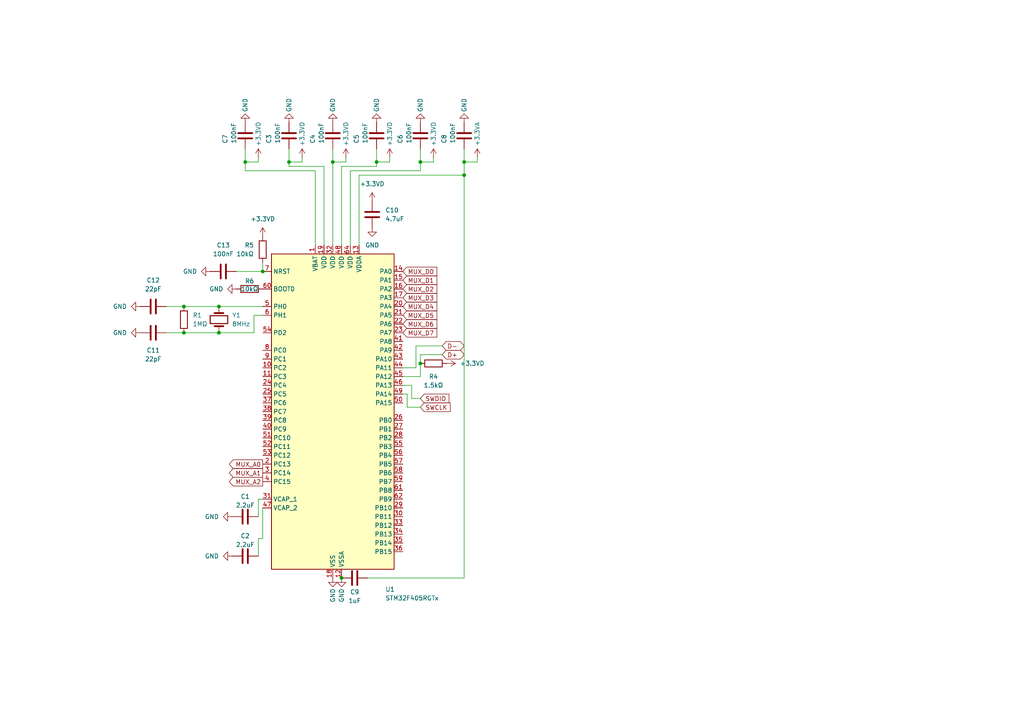
<source format=kicad_sch>
(kicad_sch (version 20250114) (generator "eeschema") (generator_version "9.0")
  (paper "A4")
  (lib_symbols
    (symbol "Device:C" (pin_numbers (hide yes)) (pin_names (offset 0.254))
      (property "Reference" "C" (at 0.635 2.54 0))
      (property "Value" "C" (at 0.635 -2.54 0))
      (symbol "C_0_1"
        (polyline (pts (xy -2.032 0.762) (xy 2.032 0.762)) (stroke (width 0.508)))
        (polyline (pts (xy -2.032 -0.762) (xy 2.032 -0.762)) (stroke (width 0.508)))
      )
      (symbol "C_1_1"
        (pin passive line (at 0 3.81 270) (length 2.794) (name "~") (number "1"))
        (pin passive line (at 0 -3.81 90) (length 2.794) (name "~") (number "2"))
      )
    )
    (symbol "Device:Crystal" (pin_numbers (hide yes)) (pin_names (offset 1.016) (hide yes))
      (property "Reference" "Y" (at 0 3.81 0))
      (property "Value" "Crystal" (at 0 -3.81 0))
      (symbol "Crystal_0_1"
        (polyline (pts (xy -2.54 0) (xy -1.905 0)))
        (polyline (pts (xy -1.905 -1.27) (xy -1.905 1.27)) (stroke (width 0.508)))
        (rectangle (start -1.143 2.54) (end 1.143 -2.54) (stroke (width 0.3048)))
        (polyline (pts (xy 1.905 -1.27) (xy 1.905 1.27)) (stroke (width 0.508)))
        (polyline (pts (xy 2.54 0) (xy 1.905 0)))
      )
      (symbol "Crystal_1_1"
        (pin passive line (at -3.81 0 0) (length 1.27) (name "1") (number "1"))
        (pin passive line (at 3.81 0 180) (length 1.27) (name "2") (number "2"))
      )
    )
    (symbol "Device:R" (pin_numbers (hide yes)) (pin_names (offset 0))
      (property "Reference" "R" (at 2.032 0 90))
      (property "Value" "R" (at 0 0 90))
      (symbol "R_0_1"
        (rectangle (start -1.016 -2.54) (end 1.016 2.54) (stroke (width 0.254)))
      )
      (symbol "R_1_1"
        (pin passive line (at 0 3.81 270) (length 1.27) (name "~") (number "1"))
        (pin passive line (at 0 -3.81 90) (length 1.27) (name "~") (number "2"))
      )
    )
    (symbol "MCU_ST_STM32F4:STM32F405RGTx"
      (property "Reference" "U" (at -17.78 46.99 0))
      (property "Value" "STM32F405RGTx" (at 10.16 46.99 0))
      (symbol "STM32F405RGTx_0_1"
        (rectangle (start -17.78 -45.72) (end 17.78 45.72) (stroke (width 0.254)) (fill (type background)))
      )
      (symbol "STM32F405RGTx_1_1"
        (pin input line (at -20.32 40.64 0) (length 2.54) (name "NRST") (number "7"))
        (pin input line (at -20.32 35.56 0) (length 2.54) (name "BOOT0") (number "60"))
        (pin bidirectional line (at -20.32 30.48 0) (length 2.54) (name "PH0") (number "5"))
        (pin bidirectional line (at -20.32 27.94 0) (length 2.54) (name "PH1") (number "6"))
        (pin bidirectional line (at -20.32 22.86 0) (length 2.54) (name "PD2") (number "54"))
        (pin bidirectional line (at -20.32 17.78 0) (length 2.54) (name "PC0") (number "8"))
        (pin bidirectional line (at -20.32 15.24 0) (length 2.54) (name "PC1") (number "9"))
        (pin bidirectional line (at -20.32 12.7 0) (length 2.54) (name "PC2") (number "10"))
        (pin bidirectional line (at -20.32 10.16 0) (length 2.54) (name "PC3") (number "11"))
        (pin bidirectional line (at -20.32 7.62 0) (length 2.54) (name "PC4") (number "24"))
        (pin bidirectional line (at -20.32 5.08 0) (length 2.54) (name "PC5") (number "25"))
        (pin bidirectional line (at -20.32 2.54 0) (length 2.54) (name "PC6") (number "37"))
        (pin bidirectional line (at -20.32 0 0) (length 2.54) (name "PC7") (number "38"))
        (pin bidirectional line (at -20.32 -2.54 0) (length 2.54) (name "PC8") (number "39"))
        (pin bidirectional line (at -20.32 -5.08 0) (length 2.54) (name "PC9") (number "40"))
        (pin bidirectional line (at -20.32 -7.62 0) (length 2.54) (name "PC10") (number "51"))
        (pin bidirectional line (at -20.32 -10.16 0) (length 2.54) (name "PC11") (number "52"))
        (pin bidirectional line (at -20.32 -12.7 0) (length 2.54) (name "PC12") (number "53"))
        (pin bidirectional line (at -20.32 -15.24 0) (length 2.54) (name "PC13") (number "2"))
        (pin bidirectional line (at -20.32 -17.78 0) (length 2.54) (name "PC14") (number "3"))
        (pin bidirectional line (at -20.32 -20.32 0) (length 2.54) (name "PC15") (number "4"))
        (pin power_out line (at -20.32 -25.4 0) (length 2.54) (name "VCAP_1") (number "31"))
        (pin power_out line (at -20.32 -27.94 0) (length 2.54) (name "VCAP_2") (number "47"))
        (pin power_in line (at -5.08 48.26 270) (length 2.54) (name "VBAT") (number "1"))
        (pin power_in line (at -2.54 48.26 270) (length 2.54) (name "VDD") (number "19"))
        (pin power_in line (at 0 48.26 270) (length 2.54) (name "VDD") (number "32"))
        (pin power_in line (at 0 -48.26 90) (length 2.54) (name "VSS") (number "18"))
        (pin passive line (at 0 -48.26 90) (length 2.54) (hide yes) (name "VSS") (number "63"))
        (pin power_in line (at 2.54 48.26 270) (length 2.54) (name "VDD") (number "48"))
        (pin power_in line (at 2.54 -48.26 90) (length 2.54) (name "VSSA") (number "12"))
        (pin power_in line (at 5.08 48.26 270) (length 2.54) (name "VDD") (number "64"))
        (pin power_in line (at 7.62 48.26 270) (length 2.54) (name "VDDA") (number "13"))
        (pin bidirectional line (at 20.32 40.64 180) (length 2.54) (name "PA0") (number "14"))
        (pin bidirectional line (at 20.32 38.1 180) (length 2.54) (name "PA1") (number "15"))
        (pin bidirectional line (at 20.32 35.56 180) (length 2.54) (name "PA2") (number "16"))
        (pin bidirectional line (at 20.32 33.02 180) (length 2.54) (name "PA3") (number "17"))
        (pin bidirectional line (at 20.32 30.48 180) (length 2.54) (name "PA4") (number "20"))
        (pin bidirectional line (at 20.32 27.94 180) (length 2.54) (name "PA5") (number "21"))
        (pin bidirectional line (at 20.32 25.4 180) (length 2.54) (name "PA6") (number "22"))
        (pin bidirectional line (at 20.32 22.86 180) (length 2.54) (name "PA7") (number "23"))
        (pin bidirectional line (at 20.32 20.32 180) (length 2.54) (name "PA8") (number "41"))
        (pin bidirectional line (at 20.32 17.78 180) (length 2.54) (name "PA9") (number "42"))
        (pin bidirectional line (at 20.32 15.24 180) (length 2.54) (name "PA10") (number "43"))
        (pin bidirectional line (at 20.32 12.7 180) (length 2.54) (name "PA11") (number "44"))
        (pin bidirectional line (at 20.32 10.16 180) (length 2.54) (name "PA12") (number "45"))
        (pin bidirectional line (at 20.32 7.62 180) (length 2.54) (name "PA13") (number "46"))
        (pin bidirectional line (at 20.32 5.08 180) (length 2.54) (name "PA14") (number "49"))
        (pin bidirectional line (at 20.32 2.54 180) (length 2.54) (name "PA15") (number "50"))
        (pin bidirectional line (at 20.32 -2.54 180) (length 2.54) (name "PB0") (number "26"))
        (pin bidirectional line (at 20.32 -5.08 180) (length 2.54) (name "PB1") (number "27"))
        (pin bidirectional line (at 20.32 -7.62 180) (length 2.54) (name "PB2") (number "28"))
        (pin bidirectional line (at 20.32 -10.16 180) (length 2.54) (name "PB3") (number "55"))
        (pin bidirectional line (at 20.32 -12.7 180) (length 2.54) (name "PB4") (number "56"))
        (pin bidirectional line (at 20.32 -15.24 180) (length 2.54) (name "PB5") (number "57"))
        (pin bidirectional line (at 20.32 -17.78 180) (length 2.54) (name "PB6") (number "58"))
        (pin bidirectional line (at 20.32 -20.32 180) (length 2.54) (name "PB7") (number "59"))
        (pin bidirectional line (at 20.32 -22.86 180) (length 2.54) (name "PB8") (number "61"))
        (pin bidirectional line (at 20.32 -25.4 180) (length 2.54) (name "PB9") (number "62"))
        (pin bidirectional line (at 20.32 -27.94 180) (length 2.54) (name "PB10") (number "29"))
        (pin bidirectional line (at 20.32 -30.48 180) (length 2.54) (name "PB11") (number "30"))
        (pin bidirectional line (at 20.32 -33.02 180) (length 2.54) (name "PB12") (number "33"))
        (pin bidirectional line (at 20.32 -35.56 180) (length 2.54) (name "PB13") (number "34"))
        (pin bidirectional line (at 20.32 -38.1 180) (length 2.54) (name "PB14") (number "35"))
        (pin bidirectional line (at 20.32 -40.64 180) (length 2.54) (name "PB15") (number "36"))
      )
    )
    (symbol "power:+3.3V" (power) (pin_numbers (hide yes)) (pin_names (offset 0) (hide yes))
      (property "Value" "+3.3V" (at 0 3.556 0))
      (symbol "+3.3V_0_1"
        (polyline (pts (xy -0.762 1.27) (xy 0 2.54)))
        (polyline (pts (xy 0 2.54) (xy 0.762 1.27)))
        (polyline (pts (xy 0 0) (xy 0 2.54)))
      )
      (symbol "+3.3V_1_1"
        (pin power_in line (at 0 0 90) (length 0) (name "~") (number "1"))
      )
    )
    (symbol "power:GND" (power) (pin_numbers (hide yes)) (pin_names (offset 0) (hide yes))
      (property "Value" "GND" (at 0 -3.81 0))
      (symbol "GND_0_1"
        (polyline (pts (xy 0 0) (xy 0 -1.27) (xy 1.27 -1.27) (xy 0 -2.54) (xy -1.27 -1.27) (xy 0 -1.27)))
      )
      (symbol "GND_1_1"
        (pin power_in line (at 0 0 270) (length 0) (name "~") (number "1"))
      )
    )
  )
  (junction (at 76.2 78.74))
  (junction (at 71.12 46.99))
  (junction (at 99.06 167.64))
  (junction (at 134.62 46.99))
  (junction (at 53.34 96.52))
  (junction (at 96.52 46.99))
  (junction (at 134.62 50.8))
  (junction (at 63.5 88.9))
  (junction (at 83.82 46.99))
  (junction (at 121.92 46.99))
  (junction (at 121.92 105.41))
  (junction (at 53.34 88.9))
  (junction (at 63.5 96.52))
  (junction (at 109.22 46.99))
  (wire (pts (xy 121.92 102.87) (xy 128.27 102.87)))
  (wire (pts (xy 104.14 71.12) (xy 104.14 50.8)))
  (wire (pts (xy 48.26 88.9) (xy 53.34 88.9)))
  (wire (pts (xy 83.82 48.26) (xy 83.82 46.99)))
  (wire (pts (xy 68.58 78.74) (xy 76.2 78.74)))
  (wire (pts (xy 53.34 96.52) (xy 63.5 96.52)))
  (wire (pts (xy 91.44 71.12) (xy 91.44 49.53)))
  (wire (pts (xy 134.62 43.18) (xy 134.62 46.99)))
  (wire (pts (xy 134.62 46.99) (xy 138.43 46.99)))
  (wire (pts (xy 109.22 43.18) (xy 109.22 46.99)))
  (wire (pts (xy 96.52 46.99) (xy 96.52 71.12)))
  (wire (pts (xy 76.2 156.21) (xy 76.2 147.32)))
  (wire (pts (xy 121.92 46.99) (xy 125.73 46.99)))
  (wire (pts (xy 73.66 91.44) (xy 73.66 96.52)))
  (wire (pts (xy 104.14 50.8) (xy 134.62 50.8)))
  (wire (pts (xy 120.65 106.68) (xy 116.84 106.68)))
  (wire (pts (xy 71.12 46.99) (xy 74.93 46.99)))
  (wire (pts (xy 87.63 45.72) (xy 87.63 46.99)))
  (wire (pts (xy 93.98 71.12) (xy 93.98 48.26)))
  (wire (pts (xy 83.82 43.18) (xy 83.82 46.99)))
  (wire (pts (xy 74.93 144.78) (xy 76.2 144.78)))
  (wire (pts (xy 120.65 100.33) (xy 128.27 100.33)))
  (wire (pts (xy 134.62 50.8) (xy 134.62 167.64)))
  (wire (pts (xy 101.6 49.53) (xy 121.92 49.53)))
  (wire (pts (xy 74.93 149.86) (xy 74.93 144.78)))
  (wire (pts (xy 63.5 96.52) (xy 73.66 96.52)))
  (wire (pts (xy 100.33 45.72) (xy 100.33 46.99)))
  (wire (pts (xy 118.11 114.3) (xy 116.84 114.3)))
  (wire (pts (xy 71.12 43.18) (xy 71.12 46.99)))
  (wire (pts (xy 74.93 45.72) (xy 74.93 46.99)))
  (wire (pts (xy 121.92 102.87) (xy 121.92 105.41)))
  (wire (pts (xy 119.38 115.57) (xy 119.38 111.76)))
  (wire (pts (xy 48.26 96.52) (xy 53.34 96.52)))
  (wire (pts (xy 96.52 43.18) (xy 96.52 46.99)))
  (wire (pts (xy 120.65 100.33) (xy 120.65 106.68)))
  (wire (pts (xy 76.2 91.44) (xy 73.66 91.44)))
  (wire (pts (xy 83.82 46.99) (xy 87.63 46.99)))
  (wire (pts (xy 93.98 48.26) (xy 83.82 48.26)))
  (wire (pts (xy 71.12 49.53) (xy 71.12 46.99)))
  (wire (pts (xy 121.92 105.41) (xy 121.92 109.22)))
  (wire (pts (xy 125.73 45.72) (xy 125.73 46.99)))
  (wire (pts (xy 121.92 109.22) (xy 116.84 109.22)))
  (wire (pts (xy 53.34 88.9) (xy 63.5 88.9)))
  (wire (pts (xy 119.38 111.76) (xy 116.84 111.76)))
  (wire (pts (xy 74.93 156.21) (xy 76.2 156.21)))
  (wire (pts (xy 63.5 88.9) (xy 76.2 88.9)))
  (wire (pts (xy 121.92 118.11) (xy 118.11 118.11)))
  (wire (pts (xy 99.06 71.12) (xy 99.06 48.26)))
  (wire (pts (xy 109.22 46.99) (xy 113.03 46.99)))
  (wire (pts (xy 118.11 118.11) (xy 118.11 114.3)))
  (wire (pts (xy 101.6 49.53) (xy 101.6 71.12)))
  (wire (pts (xy 106.68 167.64) (xy 134.62 167.64)))
  (wire (pts (xy 76.2 76.2) (xy 76.2 78.74)))
  (wire (pts (xy 113.03 45.72) (xy 113.03 46.99)))
  (wire (pts (xy 121.92 43.18) (xy 121.92 46.99)))
  (wire (pts (xy 99.06 48.26) (xy 109.22 48.26)))
  (wire (pts (xy 74.93 161.29) (xy 74.93 156.21)))
  (wire (pts (xy 121.92 115.57) (xy 119.38 115.57)))
  (wire (pts (xy 91.44 49.53) (xy 71.12 49.53)))
  (wire (pts (xy 96.52 46.99) (xy 100.33 46.99)))
  (wire (pts (xy 134.62 46.99) (xy 134.62 50.8)))
  (wire (pts (xy 121.92 49.53) (xy 121.92 46.99)))
  (wire (pts (xy 109.22 48.26) (xy 109.22 46.99)))
  (wire (pts (xy 138.43 45.72) (xy 138.43 46.99)))
  (global_label "MUX_D5" (shape input) (at 116.84 91.44 0) (property "Intersheetrefs" "${INTERSHEET_REFS}" (effects (hide yes))))
  (global_label "MUX_D2" (shape input) (at 116.84 83.82 0) (property "Intersheetrefs" "${INTERSHEET_REFS}" (effects (hide yes))))
  (global_label "D+" (shape bidirectional) (at 128.27 102.87 0) (property "Intersheetrefs" "${INTERSHEET_REFS}" (effects (hide yes))))
  (global_label "MUX_D6" (shape input) (at 116.84 93.98 0) (property "Intersheetrefs" "${INTERSHEET_REFS}" (effects (hide yes))))
  (global_label "MUX_A2" (shape output) (at 76.2 139.7 180) (property "Intersheetrefs" "${INTERSHEET_REFS}" (effects (hide yes))))
  (global_label "D-" (shape bidirectional) (at 128.27 100.33 0) (property "Intersheetrefs" "${INTERSHEET_REFS}" (effects (hide yes))))
  (global_label "MUX_D0" (shape input) (at 116.84 78.74 0) (property "Intersheetrefs" "${INTERSHEET_REFS}" (effects (hide yes))))
  (global_label "SWCLK" (shape input) (at 121.92 118.11 0) (property "Intersheetrefs" "${INTERSHEET_REFS}" (effects (hide yes))))
  (global_label "MUX_D1" (shape input) (at 116.84 81.28 0) (property "Intersheetrefs" "${INTERSHEET_REFS}" (effects (hide yes))))
  (global_label "MUX_D7" (shape input) (at 116.84 96.52 0) (property "Intersheetrefs" "${INTERSHEET_REFS}" (effects (hide yes))))
  (global_label "MUX_D3" (shape input) (at 116.84 86.36 0) (property "Intersheetrefs" "${INTERSHEET_REFS}" (effects (hide yes))))
  (global_label "SWDIO" (shape input) (at 121.92 115.57 0) (property "Intersheetrefs" "${INTERSHEET_REFS}" (effects (hide yes))))
  (global_label "MUX_A0" (shape output) (at 76.2 134.62 180) (property "Intersheetrefs" "${INTERSHEET_REFS}" (effects (hide yes))))
  (global_label "MUX_A1" (shape output) (at 76.2 137.16 180) (property "Intersheetrefs" "${INTERSHEET_REFS}" (effects (hide yes))))
  (global_label "MUX_D4" (shape input) (at 116.84 88.9 0) (property "Intersheetrefs" "${INTERSHEET_REFS}" (effects (hide yes))))
  (symbol (lib_id "power:+3.3V") (at 138.43 45.72 0) (unit 1)
    (property "Reference" "#PWR020" (effects (hide yes)))
    (property "Value" "+3.3VA" (at 138.43 38.862 90))
    (property "Description" "Power symbol creates a global label with name \"+3.3V\"" (effects (hide yes)))
  )
  (symbol (lib_id "Device:C") (at 121.92 39.37 0) (unit 1)
    (property "Reference" "C6" (at 116.078 41.656 90) (effects (justify left)))
    (property "Value" "100nF" (at 118.618 41.656 90) (effects (justify left)))
    (property "Description" "Unpolarized capacitor" (effects (hide yes)))
  )
  (symbol (lib_id "power:GND") (at 107.95 66.04 0) (unit 1)
    (property "Reference" "#PWR023" (effects (hide yes)))
    (property "Value" "GND" (at 107.95 71.12 0))
    (property "Description" "Power symbol creates a global label with name \"GND\" , ground" (effects (hide yes)))
  )
  (symbol (lib_id "Device:C") (at 109.22 39.37 0) (unit 1)
    (property "Reference" "C5" (at 103.378 41.656 90) (effects (justify left)))
    (property "Value" "100nF" (at 105.918 41.656 90) (effects (justify left)))
    (property "Description" "Unpolarized capacitor" (effects (hide yes)))
  )
  (symbol (lib_id "power:+3.3V") (at 100.33 45.72 0) (unit 1)
    (property "Reference" "#PWR011" (effects (hide yes)))
    (property "Value" "+3.3VD" (at 100.33 38.862 90))
    (property "Description" "Power symbol creates a global label with name \"+3.3V\"" (effects (hide yes)))
  )
  (symbol (lib_id "power:GND") (at 71.12 35.56 180) (unit 1)
    (property "Reference" "#PWR017" (effects (hide yes)))
    (property "Value" "GND" (at 71.12 30.48 90))
    (property "Description" "Power symbol creates a global label with name \"GND\" , ground" (effects (hide yes)))
  )
  (symbol (lib_id "Device:C") (at 96.52 39.37 0) (unit 1)
    (property "Reference" "C4" (at 90.678 41.656 90) (effects (justify left)))
    (property "Value" "100nF" (at 93.218 41.656 90) (effects (justify left)))
    (property "Description" "Unpolarized capacitor" (effects (hide yes)))
  )
  (symbol (lib_id "MCU_ST_STM32F4:STM32F405RGTx") (at 96.52 119.38 0) (unit 1)
    (property "Reference" "U1" (at 111.76 170.942 0) (effects (justify left)))
    (property "Value" "STM32F405RGTx" (at 111.76 173.482 0) (effects (justify left)))
    (property "Footprint" "Package_QFP:LQFP-64_10x10mm_P0.5mm" (effects (hide yes)))
    (property "Datasheet" "https://www.st.com/resource/en/datasheet/stm32f405rg.pdf" (effects (hide yes)))
    (property "Description" "STMicroelectronics Arm Cortex-M4 MCU, 1024KB flash, 192KB RAM, 168 MHz, 1.8-3.6V, 51 GPIO, LQFP64" (effects (hide yes)))
  )
  (symbol (lib_id "power:GND") (at 60.96 78.74 270) (unit 1)
    (property "Reference" "#PWR029" (effects (hide yes)))
    (property "Value" "GND" (at 57.15 78.7399 90) (effects (justify right)))
    (property "Description" "Power symbol creates a global label with name \"GND\" , ground" (effects (hide yes)))
  )
  (symbol (lib_id "Device:C") (at 71.12 161.29 90) (unit 1)
    (property "Reference" "C2" (at 71.12 155.448 90))
    (property "Value" "2.2uF" (at 71.12 157.988 90))
    (property "Description" "Unpolarized capacitor" (effects (hide yes)))
  )
  (symbol (lib_id "power:GND") (at 134.62 35.56 180) (unit 1)
    (property "Reference" "#PWR019" (effects (hide yes)))
    (property "Value" "GND" (at 134.62 30.48 90))
    (property "Description" "Power symbol creates a global label with name \"GND\" , ground" (effects (hide yes)))
  )
  (symbol (lib_id "Device:C") (at 102.87 167.64 90) (unit 1)
    (property "Reference" "C9" (at 102.87 171.704 90))
    (property "Value" "1uF" (at 102.87 174.244 90))
    (property "Description" "Unpolarized capacitor" (effects (hide yes)))
  )
  (symbol (lib_id "Device:C") (at 44.45 96.52 90) (unit 1)
    (property "Reference" "C11" (at 44.45 101.6 90))
    (property "Value" "22pF" (at 44.45 104.14 90))
    (property "Description" "Unpolarized capacitor" (effects (hide yes)))
  )
  (symbol (lib_id "power:+3.3V") (at 76.2 68.58 0) (unit 1)
    (property "Reference" "#PWR028" (effects (hide yes)))
    (property "Value" "+3.3VD" (at 76.2 63.5 0))
    (property "Description" "Power symbol creates a global label with name \"+3.3V\"" (effects (hide yes)))
  )
  (symbol (lib_id "Device:C") (at 71.12 149.86 90) (unit 1)
    (property "Reference" "C1" (at 71.12 144.018 90))
    (property "Value" "2.2uF" (at 71.12 146.558 90))
    (property "Description" "Unpolarized capacitor" (effects (hide yes)))
  )
  (symbol (lib_id "Device:C") (at 107.95 62.23 0) (unit 1)
    (property "Reference" "C10" (at 111.76 60.9599 0) (effects (justify left)))
    (property "Value" "4.7uF" (at 111.76 63.4999 0) (effects (justify left)))
    (property "Description" "Unpolarized capacitor" (effects (hide yes)))
  )
  (symbol (lib_id "Device:C") (at 64.77 78.74 90) (unit 1)
    (property "Reference" "C13" (at 64.77 71.12 90))
    (property "Value" "100nF" (at 64.77 73.66 90))
    (property "Description" "Unpolarized capacitor" (effects (hide yes)))
  )
  (symbol (lib_id "power:GND") (at 99.06 167.64 0) (unit 1)
    (property "Reference" "#PWR021" (effects (hide yes)))
    (property "Value" "GND" (at 99.06 172.72 90))
    (property "Description" "Power symbol creates a global label with name \"GND\" , ground" (effects (hide yes)))
  )
  (symbol (lib_id "Device:R") (at 125.73 105.41 90) (unit 1)
    (property "Reference" "R4" (at 125.73 109.22 90))
    (property "Value" "1.5kΩ" (at 125.73 111.76 90))
    (property "Description" "Resistor" (effects (hide yes)))
  )
  (symbol (lib_id "power:+3.3V") (at 129.54 105.41 270) (unit 1)
    (property "Reference" "#PWR027" (effects (hide yes)))
    (property "Value" "+3.3VD" (at 133.35 105.4099 90) (effects (justify left)))
    (property "Description" "Power symbol creates a global label with name \"+3.3V\"" (effects (hide yes)))
  )
  (symbol (lib_id "Device:R") (at 76.2 72.39 180) (unit 1)
    (property "Reference" "R5" (at 73.66 71.1199 0) (effects (justify left)))
    (property "Value" "10kΩ" (at 73.66 73.6599 0) (effects (justify left)))
    (property "Description" "Resistor" (effects (hide yes)))
  )
  (symbol (lib_id "power:GND") (at 67.31 149.86 270) (unit 1)
    (property "Reference" "#PWR08" (effects (hide yes)))
    (property "Value" "GND" (at 63.5 149.8599 90) (effects (justify right)))
    (property "Description" "Power symbol creates a global label with name \"GND\" , ground" (effects (hide yes)))
  )
  (symbol (lib_id "power:GND") (at 96.52 167.64 0) (unit 1)
    (property "Reference" "#PWR022" (effects (hide yes)))
    (property "Value" "GND" (at 96.52 172.72 90))
    (property "Description" "Power symbol creates a global label with name \"GND\" , ground" (effects (hide yes)))
  )
  (symbol (lib_id "Device:R") (at 72.39 83.82 90) (unit 1)
    (property "Reference" "R6" (at 72.39 81.534 90))
    (property "Value" "10kΩ" (at 72.39 83.82 90))
    (property "Description" "Resistor" (effects (hide yes)))
  )
  (symbol (lib_id "power:GND") (at 121.92 35.56 180) (unit 1)
    (property "Reference" "#PWR015" (effects (hide yes)))
    (property "Value" "GND" (at 121.92 30.48 90))
    (property "Description" "Power symbol creates a global label with name \"GND\" , ground" (effects (hide yes)))
  )
  (symbol (lib_id "power:GND") (at 40.64 88.9 270) (unit 1)
    (property "Reference" "#PWR025" (effects (hide yes)))
    (property "Value" "GND" (at 36.83 88.8999 90) (effects (justify right)))
    (property "Description" "Power symbol creates a global label with name \"GND\" , ground" (effects (hide yes)))
  )
  (symbol (lib_id "Device:C") (at 44.45 88.9 90) (unit 1)
    (property "Reference" "C12" (at 44.45 81.28 90))
    (property "Value" "22pF" (at 44.45 83.82 90))
    (property "Description" "Unpolarized capacitor" (effects (hide yes)))
  )
  (symbol (lib_id "power:+3.3V") (at 113.03 45.72 0) (unit 1)
    (property "Reference" "#PWR014" (effects (hide yes)))
    (property "Value" "+3.3VD" (at 113.03 38.862 90))
    (property "Description" "Power symbol creates a global label with name \"+3.3V\"" (effects (hide yes)))
  )
  (symbol (lib_id "power:GND") (at 68.58 83.82 270) (unit 1)
    (property "Reference" "#PWR030" (effects (hide yes)))
    (property "Value" "GND" (at 64.77 83.8199 90) (effects (justify right)))
    (property "Description" "Power symbol creates a global label with name \"GND\" , ground" (effects (hide yes)))
  )
  (symbol (lib_id "Device:R") (at 53.34 92.71 0) (unit 1)
    (property "Reference" "R1" (at 55.88 91.4399 0) (effects (justify left)))
    (property "Value" "1MΩ" (at 55.88 93.9799 0) (effects (justify left)))
    (property "Description" "Resistor" (effects (hide yes)))
  )
  (symbol (lib_id "power:+3.3V") (at 125.73 45.72 0) (unit 1)
    (property "Reference" "#PWR016" (effects (hide yes)))
    (property "Value" "+3.3VD" (at 125.73 38.862 90))
    (property "Description" "Power symbol creates a global label with name \"+3.3V\"" (effects (hide yes)))
  )
  (symbol (lib_id "Device:C") (at 134.62 39.37 0) (unit 1)
    (property "Reference" "C8" (at 128.778 41.656 90) (effects (justify left)))
    (property "Value" "100nF" (at 131.318 41.656 90) (effects (justify left)))
    (property "Description" "Unpolarized capacitor" (effects (hide yes)))
  )
  (symbol (lib_id "power:GND") (at 96.52 35.56 180) (unit 1)
    (property "Reference" "#PWR010" (effects (hide yes)))
    (property "Value" "GND" (at 96.52 30.48 90))
    (property "Description" "Power symbol creates a global label with name \"GND\" , ground" (effects (hide yes)))
  )
  (symbol (lib_id "power:+3.3V") (at 74.93 45.72 0) (unit 1)
    (property "Reference" "#PWR018" (effects (hide yes)))
    (property "Value" "+3.3VD" (at 74.93 38.862 90))
    (property "Description" "Power symbol creates a global label with name \"+3.3V\"" (effects (hide yes)))
  )
  (symbol (lib_id "power:GND") (at 83.82 35.56 180) (unit 1)
    (property "Reference" "#PWR013" (effects (hide yes)))
    (property "Value" "GND" (at 83.82 30.48 90))
    (property "Description" "Power symbol creates a global label with name \"GND\" , ground" (effects (hide yes)))
  )
  (symbol (lib_id "Device:C") (at 71.12 39.37 0) (unit 1)
    (property "Reference" "C7" (at 65.278 41.656 90) (effects (justify left)))
    (property "Value" "100nF" (at 67.818 41.656 90) (effects (justify left)))
    (property "Description" "Unpolarized capacitor" (effects (hide yes)))
  )
  (symbol (lib_id "power:GND") (at 40.64 96.52 270) (unit 1)
    (property "Reference" "#PWR026" (effects (hide yes)))
    (property "Value" "GND" (at 36.83 96.5199 90) (effects (justify right)))
    (property "Description" "Power symbol creates a global label with name \"GND\" , ground" (effects (hide yes)))
  )
  (symbol (lib_id "power:+3.3V") (at 107.95 58.42 0) (unit 1)
    (property "Reference" "#PWR024" (effects (hide yes)))
    (property "Value" "+3.3VD" (at 107.95 53.34 0))
    (property "Description" "Power symbol creates a global label with name \"+3.3V\"" (effects (hide yes)))
  )
  (symbol (lib_id "Device:C") (at 83.82 39.37 0) (unit 1)
    (property "Reference" "C3" (at 77.978 41.656 90) (effects (justify left)))
    (property "Value" "100nF" (at 80.518 41.656 90) (effects (justify left)))
    (property "Description" "Unpolarized capacitor" (effects (hide yes)))
  )
  (symbol (lib_id "power:GND") (at 109.22 35.56 180) (unit 1)
    (property "Reference" "#PWR012" (effects (hide yes)))
    (property "Value" "GND" (at 109.22 30.48 90))
    (property "Description" "Power symbol creates a global label with name \"GND\" , ground" (effects (hide yes)))
  )
  (symbol (lib_id "power:GND") (at 67.31 161.29 270) (unit 1)
    (property "Reference" "#PWR09" (effects (hide yes)))
    (property "Value" "GND" (at 63.5 161.2899 90) (effects (justify right)))
    (property "Description" "Power symbol creates a global label with name \"GND\" , ground" (effects (hide yes)))
  )
  (symbol (lib_id "power:+3.3V") (at 87.63 45.72 0) (unit 1)
    (property "Reference" "#PWR07" (effects (hide yes)))
    (property "Value" "+3.3VD" (at 87.63 38.862 90))
    (property "Description" "Power symbol creates a global label with name \"+3.3V\"" (effects (hide yes)))
  )
  (symbol (lib_id "Device:Crystal") (at 63.5 92.71 270) (unit 1)
    (property "Reference" "Y1" (at 67.31 91.4399 90) (effects (justify left)))
    (property "Value" "8MHz" (at 67.31 93.9799 90) (effects (justify left)))
    (property "Description" "Two pin crystal" (effects (hide yes)))
  )
)
</source>
